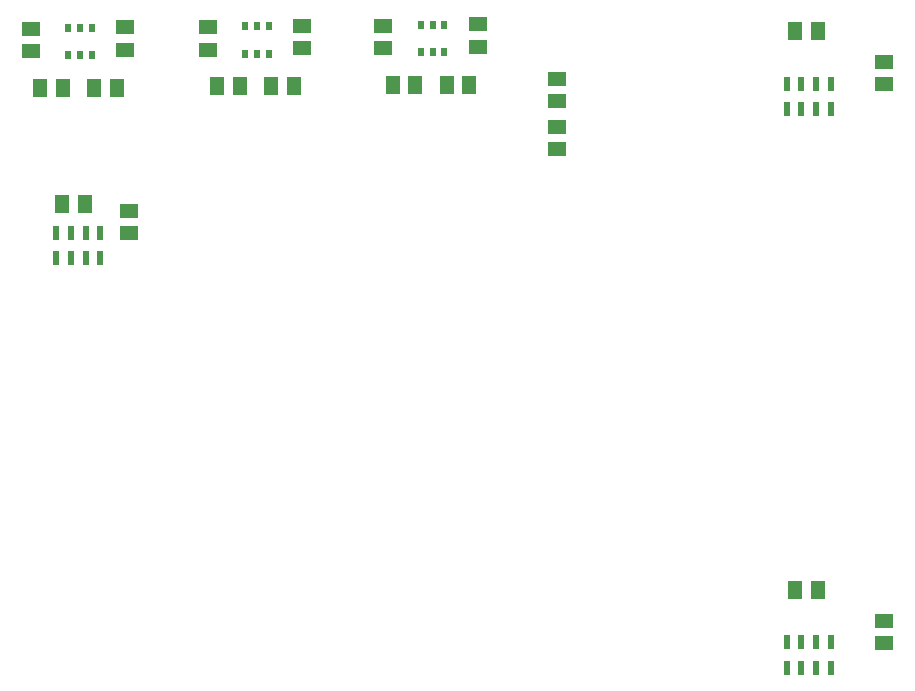
<source format=gbr>
G04 EAGLE Gerber RS-274X export*
G75*
%MOMM*%
%FSLAX34Y34*%
%LPD*%
%INSolderpaste Top*%
%IPPOS*%
%AMOC8*
5,1,8,0,0,1.08239X$1,22.5*%
G01*
%ADD10R,0.550000X1.150000*%
%ADD11R,1.500000X1.300000*%
%ADD12R,1.300000X1.500000*%
%ADD13R,0.508000X0.700000*%


D10*
X-170870Y790270D03*
X-183370Y790270D03*
X-195870Y790270D03*
X-208370Y790270D03*
X-208370Y768770D03*
X-195870Y768770D03*
X-183370Y768770D03*
X-170870Y768770D03*
D11*
X-146330Y790210D03*
X-146330Y809210D03*
D12*
X-183930Y815080D03*
X-202930Y815080D03*
D13*
X-177960Y964120D03*
X-187960Y964120D03*
X-197960Y964120D03*
X-197960Y940880D03*
X-187960Y940880D03*
X-177960Y940880D03*
D11*
X-149860Y945540D03*
X-149860Y964540D03*
X-229870Y963270D03*
X-229870Y944270D03*
D12*
X-221590Y913130D03*
X-202590Y913130D03*
X-156870Y913130D03*
X-175870Y913130D03*
D13*
X-28100Y965390D03*
X-38100Y965390D03*
X-48100Y965390D03*
X-48100Y942150D03*
X-38100Y942150D03*
X-28100Y942150D03*
D11*
X0Y946810D03*
X0Y965810D03*
X-80010Y964540D03*
X-80010Y945540D03*
D12*
X-71730Y914400D03*
X-52730Y914400D03*
X-7010Y914400D03*
X-26010Y914400D03*
D13*
X120490Y966660D03*
X110490Y966660D03*
X100490Y966660D03*
X100490Y943420D03*
X110490Y943420D03*
X120490Y943420D03*
D11*
X148590Y948080D03*
X148590Y967080D03*
X68580Y965810D03*
X68580Y946810D03*
D12*
X76860Y915670D03*
X95860Y915670D03*
X141580Y915670D03*
X122580Y915670D03*
D11*
X215700Y902000D03*
X215700Y921000D03*
X215500Y861500D03*
X215500Y880500D03*
X492700Y916150D03*
X492700Y935150D03*
D12*
X436700Y961050D03*
X417700Y961050D03*
D10*
X447650Y916700D03*
X435150Y916700D03*
X422650Y916700D03*
X410150Y916700D03*
X410150Y895200D03*
X422650Y895200D03*
X435150Y895200D03*
X447650Y895200D03*
D11*
X492700Y443200D03*
X492700Y462200D03*
D12*
X436700Y488100D03*
X417700Y488100D03*
D10*
X447650Y443750D03*
X435150Y443750D03*
X422650Y443750D03*
X410150Y443750D03*
X410150Y422250D03*
X422650Y422250D03*
X435150Y422250D03*
X447650Y422250D03*
M02*

</source>
